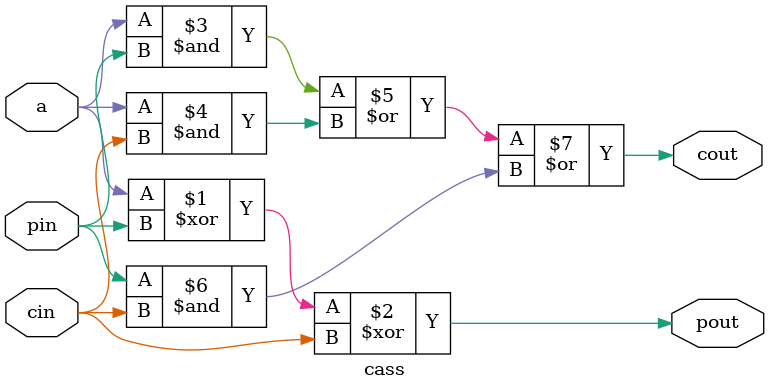
<source format=v>
module cass(pout,cout,a,pin,cin);
	output pout,cout;
	input a,pin,cin;
	assign pout = a^pin^cin;
	assign cout = (a&pin)|(a&cin)|(pin&cin);
endmodule
</source>
